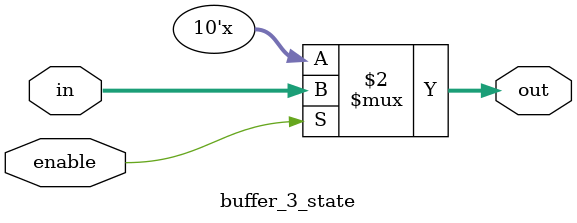
<source format=v>
`timescale 1ns / 1ps


module buffer_3_state(
    input [9:0] in,
    input enable,
    output [9:0] out
    );
    
    assign out = enable == 1 ? in : 10'bz;
endmodule

</source>
